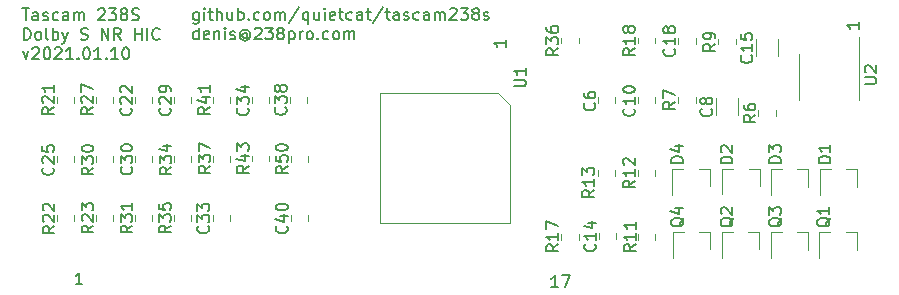
<source format=gbr>
G04 #@! TF.GenerationSoftware,KiCad,Pcbnew,5.1.9-73d0e3b20d~88~ubuntu18.04.1*
G04 #@! TF.CreationDate,2021-01-10T19:17:03-05:00*
G04 #@! TF.ProjectId,DolbyS_NR_HIC,446f6c62-7953-45f4-9e52-5f4849432e6b,2020-11-03*
G04 #@! TF.SameCoordinates,Original*
G04 #@! TF.FileFunction,Legend,Top*
G04 #@! TF.FilePolarity,Positive*
%FSLAX46Y46*%
G04 Gerber Fmt 4.6, Leading zero omitted, Abs format (unit mm)*
G04 Created by KiCad (PCBNEW 5.1.9-73d0e3b20d~88~ubuntu18.04.1) date 2021-01-10 19:17:03*
%MOMM*%
%LPD*%
G01*
G04 APERTURE LIST*
%ADD10C,0.150000*%
%ADD11C,0.120000*%
G04 APERTURE END LIST*
D10*
X204452380Y-99414285D02*
X204452380Y-99985714D01*
X204452380Y-99700000D02*
X203452380Y-99700000D01*
X203595238Y-99795238D01*
X203690476Y-99890476D01*
X203738095Y-99985714D01*
X148554166Y-98560714D02*
X148554166Y-99370238D01*
X148506547Y-99465476D01*
X148458928Y-99513095D01*
X148363690Y-99560714D01*
X148220833Y-99560714D01*
X148125595Y-99513095D01*
X148554166Y-99179761D02*
X148458928Y-99227380D01*
X148268452Y-99227380D01*
X148173214Y-99179761D01*
X148125595Y-99132142D01*
X148077976Y-99036904D01*
X148077976Y-98751190D01*
X148125595Y-98655952D01*
X148173214Y-98608333D01*
X148268452Y-98560714D01*
X148458928Y-98560714D01*
X148554166Y-98608333D01*
X149030357Y-99227380D02*
X149030357Y-98560714D01*
X149030357Y-98227380D02*
X148982738Y-98275000D01*
X149030357Y-98322619D01*
X149077976Y-98275000D01*
X149030357Y-98227380D01*
X149030357Y-98322619D01*
X149363690Y-98560714D02*
X149744642Y-98560714D01*
X149506547Y-98227380D02*
X149506547Y-99084523D01*
X149554166Y-99179761D01*
X149649404Y-99227380D01*
X149744642Y-99227380D01*
X150077976Y-99227380D02*
X150077976Y-98227380D01*
X150506547Y-99227380D02*
X150506547Y-98703571D01*
X150458928Y-98608333D01*
X150363690Y-98560714D01*
X150220833Y-98560714D01*
X150125595Y-98608333D01*
X150077976Y-98655952D01*
X151411309Y-98560714D02*
X151411309Y-99227380D01*
X150982738Y-98560714D02*
X150982738Y-99084523D01*
X151030357Y-99179761D01*
X151125595Y-99227380D01*
X151268452Y-99227380D01*
X151363690Y-99179761D01*
X151411309Y-99132142D01*
X151887500Y-99227380D02*
X151887500Y-98227380D01*
X151887500Y-98608333D02*
X151982738Y-98560714D01*
X152173214Y-98560714D01*
X152268452Y-98608333D01*
X152316071Y-98655952D01*
X152363690Y-98751190D01*
X152363690Y-99036904D01*
X152316071Y-99132142D01*
X152268452Y-99179761D01*
X152173214Y-99227380D01*
X151982738Y-99227380D01*
X151887500Y-99179761D01*
X152792261Y-99132142D02*
X152839880Y-99179761D01*
X152792261Y-99227380D01*
X152744642Y-99179761D01*
X152792261Y-99132142D01*
X152792261Y-99227380D01*
X153697023Y-99179761D02*
X153601785Y-99227380D01*
X153411309Y-99227380D01*
X153316071Y-99179761D01*
X153268452Y-99132142D01*
X153220833Y-99036904D01*
X153220833Y-98751190D01*
X153268452Y-98655952D01*
X153316071Y-98608333D01*
X153411309Y-98560714D01*
X153601785Y-98560714D01*
X153697023Y-98608333D01*
X154268452Y-99227380D02*
X154173214Y-99179761D01*
X154125595Y-99132142D01*
X154077976Y-99036904D01*
X154077976Y-98751190D01*
X154125595Y-98655952D01*
X154173214Y-98608333D01*
X154268452Y-98560714D01*
X154411309Y-98560714D01*
X154506547Y-98608333D01*
X154554166Y-98655952D01*
X154601785Y-98751190D01*
X154601785Y-99036904D01*
X154554166Y-99132142D01*
X154506547Y-99179761D01*
X154411309Y-99227380D01*
X154268452Y-99227380D01*
X155030357Y-99227380D02*
X155030357Y-98560714D01*
X155030357Y-98655952D02*
X155077976Y-98608333D01*
X155173214Y-98560714D01*
X155316071Y-98560714D01*
X155411309Y-98608333D01*
X155458928Y-98703571D01*
X155458928Y-99227380D01*
X155458928Y-98703571D02*
X155506547Y-98608333D01*
X155601785Y-98560714D01*
X155744642Y-98560714D01*
X155839880Y-98608333D01*
X155887500Y-98703571D01*
X155887500Y-99227380D01*
X157077976Y-98179761D02*
X156220833Y-99465476D01*
X157839880Y-98560714D02*
X157839880Y-99560714D01*
X157839880Y-99179761D02*
X157744642Y-99227380D01*
X157554166Y-99227380D01*
X157458928Y-99179761D01*
X157411309Y-99132142D01*
X157363690Y-99036904D01*
X157363690Y-98751190D01*
X157411309Y-98655952D01*
X157458928Y-98608333D01*
X157554166Y-98560714D01*
X157744642Y-98560714D01*
X157839880Y-98608333D01*
X158744642Y-98560714D02*
X158744642Y-99227380D01*
X158316071Y-98560714D02*
X158316071Y-99084523D01*
X158363690Y-99179761D01*
X158458928Y-99227380D01*
X158601785Y-99227380D01*
X158697023Y-99179761D01*
X158744642Y-99132142D01*
X159220833Y-99227380D02*
X159220833Y-98560714D01*
X159220833Y-98227380D02*
X159173214Y-98275000D01*
X159220833Y-98322619D01*
X159268452Y-98275000D01*
X159220833Y-98227380D01*
X159220833Y-98322619D01*
X160077976Y-99179761D02*
X159982738Y-99227380D01*
X159792261Y-99227380D01*
X159697023Y-99179761D01*
X159649404Y-99084523D01*
X159649404Y-98703571D01*
X159697023Y-98608333D01*
X159792261Y-98560714D01*
X159982738Y-98560714D01*
X160077976Y-98608333D01*
X160125595Y-98703571D01*
X160125595Y-98798809D01*
X159649404Y-98894047D01*
X160411309Y-98560714D02*
X160792261Y-98560714D01*
X160554166Y-98227380D02*
X160554166Y-99084523D01*
X160601785Y-99179761D01*
X160697023Y-99227380D01*
X160792261Y-99227380D01*
X161554166Y-99179761D02*
X161458928Y-99227380D01*
X161268452Y-99227380D01*
X161173214Y-99179761D01*
X161125595Y-99132142D01*
X161077976Y-99036904D01*
X161077976Y-98751190D01*
X161125595Y-98655952D01*
X161173214Y-98608333D01*
X161268452Y-98560714D01*
X161458928Y-98560714D01*
X161554166Y-98608333D01*
X162411309Y-99227380D02*
X162411309Y-98703571D01*
X162363690Y-98608333D01*
X162268452Y-98560714D01*
X162077976Y-98560714D01*
X161982738Y-98608333D01*
X162411309Y-99179761D02*
X162316071Y-99227380D01*
X162077976Y-99227380D01*
X161982738Y-99179761D01*
X161935119Y-99084523D01*
X161935119Y-98989285D01*
X161982738Y-98894047D01*
X162077976Y-98846428D01*
X162316071Y-98846428D01*
X162411309Y-98798809D01*
X162744642Y-98560714D02*
X163125595Y-98560714D01*
X162887500Y-98227380D02*
X162887500Y-99084523D01*
X162935119Y-99179761D01*
X163030357Y-99227380D01*
X163125595Y-99227380D01*
X164173214Y-98179761D02*
X163316071Y-99465476D01*
X164363690Y-98560714D02*
X164744642Y-98560714D01*
X164506547Y-98227380D02*
X164506547Y-99084523D01*
X164554166Y-99179761D01*
X164649404Y-99227380D01*
X164744642Y-99227380D01*
X165506547Y-99227380D02*
X165506547Y-98703571D01*
X165458928Y-98608333D01*
X165363690Y-98560714D01*
X165173214Y-98560714D01*
X165077976Y-98608333D01*
X165506547Y-99179761D02*
X165411309Y-99227380D01*
X165173214Y-99227380D01*
X165077976Y-99179761D01*
X165030357Y-99084523D01*
X165030357Y-98989285D01*
X165077976Y-98894047D01*
X165173214Y-98846428D01*
X165411309Y-98846428D01*
X165506547Y-98798809D01*
X165935119Y-99179761D02*
X166030357Y-99227380D01*
X166220833Y-99227380D01*
X166316071Y-99179761D01*
X166363690Y-99084523D01*
X166363690Y-99036904D01*
X166316071Y-98941666D01*
X166220833Y-98894047D01*
X166077976Y-98894047D01*
X165982738Y-98846428D01*
X165935119Y-98751190D01*
X165935119Y-98703571D01*
X165982738Y-98608333D01*
X166077976Y-98560714D01*
X166220833Y-98560714D01*
X166316071Y-98608333D01*
X167220833Y-99179761D02*
X167125595Y-99227380D01*
X166935119Y-99227380D01*
X166839880Y-99179761D01*
X166792261Y-99132142D01*
X166744642Y-99036904D01*
X166744642Y-98751190D01*
X166792261Y-98655952D01*
X166839880Y-98608333D01*
X166935119Y-98560714D01*
X167125595Y-98560714D01*
X167220833Y-98608333D01*
X168077976Y-99227380D02*
X168077976Y-98703571D01*
X168030357Y-98608333D01*
X167935119Y-98560714D01*
X167744642Y-98560714D01*
X167649404Y-98608333D01*
X168077976Y-99179761D02*
X167982738Y-99227380D01*
X167744642Y-99227380D01*
X167649404Y-99179761D01*
X167601785Y-99084523D01*
X167601785Y-98989285D01*
X167649404Y-98894047D01*
X167744642Y-98846428D01*
X167982738Y-98846428D01*
X168077976Y-98798809D01*
X168554166Y-99227380D02*
X168554166Y-98560714D01*
X168554166Y-98655952D02*
X168601785Y-98608333D01*
X168697023Y-98560714D01*
X168839880Y-98560714D01*
X168935119Y-98608333D01*
X168982738Y-98703571D01*
X168982738Y-99227380D01*
X168982738Y-98703571D02*
X169030357Y-98608333D01*
X169125595Y-98560714D01*
X169268452Y-98560714D01*
X169363690Y-98608333D01*
X169411309Y-98703571D01*
X169411309Y-99227380D01*
X169839880Y-98322619D02*
X169887500Y-98275000D01*
X169982738Y-98227380D01*
X170220833Y-98227380D01*
X170316071Y-98275000D01*
X170363690Y-98322619D01*
X170411309Y-98417857D01*
X170411309Y-98513095D01*
X170363690Y-98655952D01*
X169792261Y-99227380D01*
X170411309Y-99227380D01*
X170744642Y-98227380D02*
X171363690Y-98227380D01*
X171030357Y-98608333D01*
X171173214Y-98608333D01*
X171268452Y-98655952D01*
X171316071Y-98703571D01*
X171363690Y-98798809D01*
X171363690Y-99036904D01*
X171316071Y-99132142D01*
X171268452Y-99179761D01*
X171173214Y-99227380D01*
X170887500Y-99227380D01*
X170792261Y-99179761D01*
X170744642Y-99132142D01*
X171935119Y-98655952D02*
X171839880Y-98608333D01*
X171792261Y-98560714D01*
X171744642Y-98465476D01*
X171744642Y-98417857D01*
X171792261Y-98322619D01*
X171839880Y-98275000D01*
X171935119Y-98227380D01*
X172125595Y-98227380D01*
X172220833Y-98275000D01*
X172268452Y-98322619D01*
X172316071Y-98417857D01*
X172316071Y-98465476D01*
X172268452Y-98560714D01*
X172220833Y-98608333D01*
X172125595Y-98655952D01*
X171935119Y-98655952D01*
X171839880Y-98703571D01*
X171792261Y-98751190D01*
X171744642Y-98846428D01*
X171744642Y-99036904D01*
X171792261Y-99132142D01*
X171839880Y-99179761D01*
X171935119Y-99227380D01*
X172125595Y-99227380D01*
X172220833Y-99179761D01*
X172268452Y-99132142D01*
X172316071Y-99036904D01*
X172316071Y-98846428D01*
X172268452Y-98751190D01*
X172220833Y-98703571D01*
X172125595Y-98655952D01*
X172697023Y-99179761D02*
X172792261Y-99227380D01*
X172982738Y-99227380D01*
X173077976Y-99179761D01*
X173125595Y-99084523D01*
X173125595Y-99036904D01*
X173077976Y-98941666D01*
X172982738Y-98894047D01*
X172839880Y-98894047D01*
X172744642Y-98846428D01*
X172697023Y-98751190D01*
X172697023Y-98703571D01*
X172744642Y-98608333D01*
X172839880Y-98560714D01*
X172982738Y-98560714D01*
X173077976Y-98608333D01*
X148554166Y-100877380D02*
X148554166Y-99877380D01*
X148554166Y-100829761D02*
X148458928Y-100877380D01*
X148268452Y-100877380D01*
X148173214Y-100829761D01*
X148125595Y-100782142D01*
X148077976Y-100686904D01*
X148077976Y-100401190D01*
X148125595Y-100305952D01*
X148173214Y-100258333D01*
X148268452Y-100210714D01*
X148458928Y-100210714D01*
X148554166Y-100258333D01*
X149411309Y-100829761D02*
X149316071Y-100877380D01*
X149125595Y-100877380D01*
X149030357Y-100829761D01*
X148982738Y-100734523D01*
X148982738Y-100353571D01*
X149030357Y-100258333D01*
X149125595Y-100210714D01*
X149316071Y-100210714D01*
X149411309Y-100258333D01*
X149458928Y-100353571D01*
X149458928Y-100448809D01*
X148982738Y-100544047D01*
X149887500Y-100210714D02*
X149887500Y-100877380D01*
X149887500Y-100305952D02*
X149935119Y-100258333D01*
X150030357Y-100210714D01*
X150173214Y-100210714D01*
X150268452Y-100258333D01*
X150316071Y-100353571D01*
X150316071Y-100877380D01*
X150792261Y-100877380D02*
X150792261Y-100210714D01*
X150792261Y-99877380D02*
X150744642Y-99925000D01*
X150792261Y-99972619D01*
X150839880Y-99925000D01*
X150792261Y-99877380D01*
X150792261Y-99972619D01*
X151220833Y-100829761D02*
X151316071Y-100877380D01*
X151506547Y-100877380D01*
X151601785Y-100829761D01*
X151649404Y-100734523D01*
X151649404Y-100686904D01*
X151601785Y-100591666D01*
X151506547Y-100544047D01*
X151363690Y-100544047D01*
X151268452Y-100496428D01*
X151220833Y-100401190D01*
X151220833Y-100353571D01*
X151268452Y-100258333D01*
X151363690Y-100210714D01*
X151506547Y-100210714D01*
X151601785Y-100258333D01*
X152697023Y-100401190D02*
X152649404Y-100353571D01*
X152554166Y-100305952D01*
X152458928Y-100305952D01*
X152363690Y-100353571D01*
X152316071Y-100401190D01*
X152268452Y-100496428D01*
X152268452Y-100591666D01*
X152316071Y-100686904D01*
X152363690Y-100734523D01*
X152458928Y-100782142D01*
X152554166Y-100782142D01*
X152649404Y-100734523D01*
X152697023Y-100686904D01*
X152697023Y-100305952D02*
X152697023Y-100686904D01*
X152744642Y-100734523D01*
X152792261Y-100734523D01*
X152887500Y-100686904D01*
X152935119Y-100591666D01*
X152935119Y-100353571D01*
X152839880Y-100210714D01*
X152697023Y-100115476D01*
X152506547Y-100067857D01*
X152316071Y-100115476D01*
X152173214Y-100210714D01*
X152077976Y-100353571D01*
X152030357Y-100544047D01*
X152077976Y-100734523D01*
X152173214Y-100877380D01*
X152316071Y-100972619D01*
X152506547Y-101020238D01*
X152697023Y-100972619D01*
X152839880Y-100877380D01*
X153316071Y-99972619D02*
X153363690Y-99925000D01*
X153458928Y-99877380D01*
X153697023Y-99877380D01*
X153792261Y-99925000D01*
X153839880Y-99972619D01*
X153887500Y-100067857D01*
X153887500Y-100163095D01*
X153839880Y-100305952D01*
X153268452Y-100877380D01*
X153887500Y-100877380D01*
X154220833Y-99877380D02*
X154839880Y-99877380D01*
X154506547Y-100258333D01*
X154649404Y-100258333D01*
X154744642Y-100305952D01*
X154792261Y-100353571D01*
X154839880Y-100448809D01*
X154839880Y-100686904D01*
X154792261Y-100782142D01*
X154744642Y-100829761D01*
X154649404Y-100877380D01*
X154363690Y-100877380D01*
X154268452Y-100829761D01*
X154220833Y-100782142D01*
X155411309Y-100305952D02*
X155316071Y-100258333D01*
X155268452Y-100210714D01*
X155220833Y-100115476D01*
X155220833Y-100067857D01*
X155268452Y-99972619D01*
X155316071Y-99925000D01*
X155411309Y-99877380D01*
X155601785Y-99877380D01*
X155697023Y-99925000D01*
X155744642Y-99972619D01*
X155792261Y-100067857D01*
X155792261Y-100115476D01*
X155744642Y-100210714D01*
X155697023Y-100258333D01*
X155601785Y-100305952D01*
X155411309Y-100305952D01*
X155316071Y-100353571D01*
X155268452Y-100401190D01*
X155220833Y-100496428D01*
X155220833Y-100686904D01*
X155268452Y-100782142D01*
X155316071Y-100829761D01*
X155411309Y-100877380D01*
X155601785Y-100877380D01*
X155697023Y-100829761D01*
X155744642Y-100782142D01*
X155792261Y-100686904D01*
X155792261Y-100496428D01*
X155744642Y-100401190D01*
X155697023Y-100353571D01*
X155601785Y-100305952D01*
X156220833Y-100210714D02*
X156220833Y-101210714D01*
X156220833Y-100258333D02*
X156316071Y-100210714D01*
X156506547Y-100210714D01*
X156601785Y-100258333D01*
X156649404Y-100305952D01*
X156697023Y-100401190D01*
X156697023Y-100686904D01*
X156649404Y-100782142D01*
X156601785Y-100829761D01*
X156506547Y-100877380D01*
X156316071Y-100877380D01*
X156220833Y-100829761D01*
X157125595Y-100877380D02*
X157125595Y-100210714D01*
X157125595Y-100401190D02*
X157173214Y-100305952D01*
X157220833Y-100258333D01*
X157316071Y-100210714D01*
X157411309Y-100210714D01*
X157887500Y-100877380D02*
X157792261Y-100829761D01*
X157744642Y-100782142D01*
X157697023Y-100686904D01*
X157697023Y-100401190D01*
X157744642Y-100305952D01*
X157792261Y-100258333D01*
X157887500Y-100210714D01*
X158030357Y-100210714D01*
X158125595Y-100258333D01*
X158173214Y-100305952D01*
X158220833Y-100401190D01*
X158220833Y-100686904D01*
X158173214Y-100782142D01*
X158125595Y-100829761D01*
X158030357Y-100877380D01*
X157887500Y-100877380D01*
X158649404Y-100782142D02*
X158697023Y-100829761D01*
X158649404Y-100877380D01*
X158601785Y-100829761D01*
X158649404Y-100782142D01*
X158649404Y-100877380D01*
X159554166Y-100829761D02*
X159458928Y-100877380D01*
X159268452Y-100877380D01*
X159173214Y-100829761D01*
X159125595Y-100782142D01*
X159077976Y-100686904D01*
X159077976Y-100401190D01*
X159125595Y-100305952D01*
X159173214Y-100258333D01*
X159268452Y-100210714D01*
X159458928Y-100210714D01*
X159554166Y-100258333D01*
X160125595Y-100877380D02*
X160030357Y-100829761D01*
X159982738Y-100782142D01*
X159935119Y-100686904D01*
X159935119Y-100401190D01*
X159982738Y-100305952D01*
X160030357Y-100258333D01*
X160125595Y-100210714D01*
X160268452Y-100210714D01*
X160363690Y-100258333D01*
X160411309Y-100305952D01*
X160458928Y-100401190D01*
X160458928Y-100686904D01*
X160411309Y-100782142D01*
X160363690Y-100829761D01*
X160268452Y-100877380D01*
X160125595Y-100877380D01*
X160887500Y-100877380D02*
X160887500Y-100210714D01*
X160887500Y-100305952D02*
X160935119Y-100258333D01*
X161030357Y-100210714D01*
X161173214Y-100210714D01*
X161268452Y-100258333D01*
X161316071Y-100353571D01*
X161316071Y-100877380D01*
X161316071Y-100353571D02*
X161363690Y-100258333D01*
X161458928Y-100210714D01*
X161601785Y-100210714D01*
X161697023Y-100258333D01*
X161744642Y-100353571D01*
X161744642Y-100877380D01*
X133632738Y-98262380D02*
X134204166Y-98262380D01*
X133918452Y-99262380D02*
X133918452Y-98262380D01*
X134966071Y-99262380D02*
X134966071Y-98738571D01*
X134918452Y-98643333D01*
X134823214Y-98595714D01*
X134632738Y-98595714D01*
X134537500Y-98643333D01*
X134966071Y-99214761D02*
X134870833Y-99262380D01*
X134632738Y-99262380D01*
X134537500Y-99214761D01*
X134489880Y-99119523D01*
X134489880Y-99024285D01*
X134537500Y-98929047D01*
X134632738Y-98881428D01*
X134870833Y-98881428D01*
X134966071Y-98833809D01*
X135394642Y-99214761D02*
X135489880Y-99262380D01*
X135680357Y-99262380D01*
X135775595Y-99214761D01*
X135823214Y-99119523D01*
X135823214Y-99071904D01*
X135775595Y-98976666D01*
X135680357Y-98929047D01*
X135537500Y-98929047D01*
X135442261Y-98881428D01*
X135394642Y-98786190D01*
X135394642Y-98738571D01*
X135442261Y-98643333D01*
X135537500Y-98595714D01*
X135680357Y-98595714D01*
X135775595Y-98643333D01*
X136680357Y-99214761D02*
X136585119Y-99262380D01*
X136394642Y-99262380D01*
X136299404Y-99214761D01*
X136251785Y-99167142D01*
X136204166Y-99071904D01*
X136204166Y-98786190D01*
X136251785Y-98690952D01*
X136299404Y-98643333D01*
X136394642Y-98595714D01*
X136585119Y-98595714D01*
X136680357Y-98643333D01*
X137537500Y-99262380D02*
X137537500Y-98738571D01*
X137489880Y-98643333D01*
X137394642Y-98595714D01*
X137204166Y-98595714D01*
X137108928Y-98643333D01*
X137537500Y-99214761D02*
X137442261Y-99262380D01*
X137204166Y-99262380D01*
X137108928Y-99214761D01*
X137061309Y-99119523D01*
X137061309Y-99024285D01*
X137108928Y-98929047D01*
X137204166Y-98881428D01*
X137442261Y-98881428D01*
X137537500Y-98833809D01*
X138013690Y-99262380D02*
X138013690Y-98595714D01*
X138013690Y-98690952D02*
X138061309Y-98643333D01*
X138156547Y-98595714D01*
X138299404Y-98595714D01*
X138394642Y-98643333D01*
X138442261Y-98738571D01*
X138442261Y-99262380D01*
X138442261Y-98738571D02*
X138489880Y-98643333D01*
X138585119Y-98595714D01*
X138727976Y-98595714D01*
X138823214Y-98643333D01*
X138870833Y-98738571D01*
X138870833Y-99262380D01*
X140061309Y-98357619D02*
X140108928Y-98310000D01*
X140204166Y-98262380D01*
X140442261Y-98262380D01*
X140537500Y-98310000D01*
X140585119Y-98357619D01*
X140632738Y-98452857D01*
X140632738Y-98548095D01*
X140585119Y-98690952D01*
X140013690Y-99262380D01*
X140632738Y-99262380D01*
X140966071Y-98262380D02*
X141585119Y-98262380D01*
X141251785Y-98643333D01*
X141394642Y-98643333D01*
X141489880Y-98690952D01*
X141537500Y-98738571D01*
X141585119Y-98833809D01*
X141585119Y-99071904D01*
X141537500Y-99167142D01*
X141489880Y-99214761D01*
X141394642Y-99262380D01*
X141108928Y-99262380D01*
X141013690Y-99214761D01*
X140966071Y-99167142D01*
X142156547Y-98690952D02*
X142061309Y-98643333D01*
X142013690Y-98595714D01*
X141966071Y-98500476D01*
X141966071Y-98452857D01*
X142013690Y-98357619D01*
X142061309Y-98310000D01*
X142156547Y-98262380D01*
X142347023Y-98262380D01*
X142442261Y-98310000D01*
X142489880Y-98357619D01*
X142537500Y-98452857D01*
X142537500Y-98500476D01*
X142489880Y-98595714D01*
X142442261Y-98643333D01*
X142347023Y-98690952D01*
X142156547Y-98690952D01*
X142061309Y-98738571D01*
X142013690Y-98786190D01*
X141966071Y-98881428D01*
X141966071Y-99071904D01*
X142013690Y-99167142D01*
X142061309Y-99214761D01*
X142156547Y-99262380D01*
X142347023Y-99262380D01*
X142442261Y-99214761D01*
X142489880Y-99167142D01*
X142537500Y-99071904D01*
X142537500Y-98881428D01*
X142489880Y-98786190D01*
X142442261Y-98738571D01*
X142347023Y-98690952D01*
X142918452Y-99214761D02*
X143061309Y-99262380D01*
X143299404Y-99262380D01*
X143394642Y-99214761D01*
X143442261Y-99167142D01*
X143489880Y-99071904D01*
X143489880Y-98976666D01*
X143442261Y-98881428D01*
X143394642Y-98833809D01*
X143299404Y-98786190D01*
X143108928Y-98738571D01*
X143013690Y-98690952D01*
X142966071Y-98643333D01*
X142918452Y-98548095D01*
X142918452Y-98452857D01*
X142966071Y-98357619D01*
X143013690Y-98310000D01*
X143108928Y-98262380D01*
X143347023Y-98262380D01*
X143489880Y-98310000D01*
X133775595Y-100912380D02*
X133775595Y-99912380D01*
X134013690Y-99912380D01*
X134156547Y-99960000D01*
X134251785Y-100055238D01*
X134299404Y-100150476D01*
X134347023Y-100340952D01*
X134347023Y-100483809D01*
X134299404Y-100674285D01*
X134251785Y-100769523D01*
X134156547Y-100864761D01*
X134013690Y-100912380D01*
X133775595Y-100912380D01*
X134918452Y-100912380D02*
X134823214Y-100864761D01*
X134775595Y-100817142D01*
X134727976Y-100721904D01*
X134727976Y-100436190D01*
X134775595Y-100340952D01*
X134823214Y-100293333D01*
X134918452Y-100245714D01*
X135061309Y-100245714D01*
X135156547Y-100293333D01*
X135204166Y-100340952D01*
X135251785Y-100436190D01*
X135251785Y-100721904D01*
X135204166Y-100817142D01*
X135156547Y-100864761D01*
X135061309Y-100912380D01*
X134918452Y-100912380D01*
X135823214Y-100912380D02*
X135727976Y-100864761D01*
X135680357Y-100769523D01*
X135680357Y-99912380D01*
X136204166Y-100912380D02*
X136204166Y-99912380D01*
X136204166Y-100293333D02*
X136299404Y-100245714D01*
X136489880Y-100245714D01*
X136585119Y-100293333D01*
X136632738Y-100340952D01*
X136680357Y-100436190D01*
X136680357Y-100721904D01*
X136632738Y-100817142D01*
X136585119Y-100864761D01*
X136489880Y-100912380D01*
X136299404Y-100912380D01*
X136204166Y-100864761D01*
X137013690Y-100245714D02*
X137251785Y-100912380D01*
X137489880Y-100245714D02*
X137251785Y-100912380D01*
X137156547Y-101150476D01*
X137108928Y-101198095D01*
X137013690Y-101245714D01*
X138585119Y-100864761D02*
X138727976Y-100912380D01*
X138966071Y-100912380D01*
X139061309Y-100864761D01*
X139108928Y-100817142D01*
X139156547Y-100721904D01*
X139156547Y-100626666D01*
X139108928Y-100531428D01*
X139061309Y-100483809D01*
X138966071Y-100436190D01*
X138775595Y-100388571D01*
X138680357Y-100340952D01*
X138632738Y-100293333D01*
X138585119Y-100198095D01*
X138585119Y-100102857D01*
X138632738Y-100007619D01*
X138680357Y-99960000D01*
X138775595Y-99912380D01*
X139013690Y-99912380D01*
X139156547Y-99960000D01*
X140347023Y-100912380D02*
X140347023Y-99912380D01*
X140918452Y-100912380D01*
X140918452Y-99912380D01*
X141966071Y-100912380D02*
X141632738Y-100436190D01*
X141394642Y-100912380D02*
X141394642Y-99912380D01*
X141775595Y-99912380D01*
X141870833Y-99960000D01*
X141918452Y-100007619D01*
X141966071Y-100102857D01*
X141966071Y-100245714D01*
X141918452Y-100340952D01*
X141870833Y-100388571D01*
X141775595Y-100436190D01*
X141394642Y-100436190D01*
X143156547Y-100912380D02*
X143156547Y-99912380D01*
X143156547Y-100388571D02*
X143727976Y-100388571D01*
X143727976Y-100912380D02*
X143727976Y-99912380D01*
X144204166Y-100912380D02*
X144204166Y-99912380D01*
X145251785Y-100817142D02*
X145204166Y-100864761D01*
X145061309Y-100912380D01*
X144966071Y-100912380D01*
X144823214Y-100864761D01*
X144727976Y-100769523D01*
X144680357Y-100674285D01*
X144632738Y-100483809D01*
X144632738Y-100340952D01*
X144680357Y-100150476D01*
X144727976Y-100055238D01*
X144823214Y-99960000D01*
X144966071Y-99912380D01*
X145061309Y-99912380D01*
X145204166Y-99960000D01*
X145251785Y-100007619D01*
X133680357Y-101895714D02*
X133918452Y-102562380D01*
X134156547Y-101895714D01*
X134489880Y-101657619D02*
X134537500Y-101610000D01*
X134632738Y-101562380D01*
X134870833Y-101562380D01*
X134966071Y-101610000D01*
X135013690Y-101657619D01*
X135061309Y-101752857D01*
X135061309Y-101848095D01*
X135013690Y-101990952D01*
X134442261Y-102562380D01*
X135061309Y-102562380D01*
X135680357Y-101562380D02*
X135775595Y-101562380D01*
X135870833Y-101610000D01*
X135918452Y-101657619D01*
X135966071Y-101752857D01*
X136013690Y-101943333D01*
X136013690Y-102181428D01*
X135966071Y-102371904D01*
X135918452Y-102467142D01*
X135870833Y-102514761D01*
X135775595Y-102562380D01*
X135680357Y-102562380D01*
X135585119Y-102514761D01*
X135537500Y-102467142D01*
X135489880Y-102371904D01*
X135442261Y-102181428D01*
X135442261Y-101943333D01*
X135489880Y-101752857D01*
X135537500Y-101657619D01*
X135585119Y-101610000D01*
X135680357Y-101562380D01*
X136394642Y-101657619D02*
X136442261Y-101610000D01*
X136537500Y-101562380D01*
X136775595Y-101562380D01*
X136870833Y-101610000D01*
X136918452Y-101657619D01*
X136966071Y-101752857D01*
X136966071Y-101848095D01*
X136918452Y-101990952D01*
X136347023Y-102562380D01*
X136966071Y-102562380D01*
X137918452Y-102562380D02*
X137347023Y-102562380D01*
X137632738Y-102562380D02*
X137632738Y-101562380D01*
X137537500Y-101705238D01*
X137442261Y-101800476D01*
X137347023Y-101848095D01*
X138347023Y-102467142D02*
X138394642Y-102514761D01*
X138347023Y-102562380D01*
X138299404Y-102514761D01*
X138347023Y-102467142D01*
X138347023Y-102562380D01*
X139013690Y-101562380D02*
X139108928Y-101562380D01*
X139204166Y-101610000D01*
X139251785Y-101657619D01*
X139299404Y-101752857D01*
X139347023Y-101943333D01*
X139347023Y-102181428D01*
X139299404Y-102371904D01*
X139251785Y-102467142D01*
X139204166Y-102514761D01*
X139108928Y-102562380D01*
X139013690Y-102562380D01*
X138918452Y-102514761D01*
X138870833Y-102467142D01*
X138823214Y-102371904D01*
X138775595Y-102181428D01*
X138775595Y-101943333D01*
X138823214Y-101752857D01*
X138870833Y-101657619D01*
X138918452Y-101610000D01*
X139013690Y-101562380D01*
X140299404Y-102562380D02*
X139727976Y-102562380D01*
X140013690Y-102562380D02*
X140013690Y-101562380D01*
X139918452Y-101705238D01*
X139823214Y-101800476D01*
X139727976Y-101848095D01*
X140727976Y-102467142D02*
X140775595Y-102514761D01*
X140727976Y-102562380D01*
X140680357Y-102514761D01*
X140727976Y-102467142D01*
X140727976Y-102562380D01*
X141727976Y-102562380D02*
X141156547Y-102562380D01*
X141442261Y-102562380D02*
X141442261Y-101562380D01*
X141347023Y-101705238D01*
X141251785Y-101800476D01*
X141156547Y-101848095D01*
X142347023Y-101562380D02*
X142442261Y-101562380D01*
X142537500Y-101610000D01*
X142585119Y-101657619D01*
X142632738Y-101752857D01*
X142680357Y-101943333D01*
X142680357Y-102181428D01*
X142632738Y-102371904D01*
X142585119Y-102467142D01*
X142537500Y-102514761D01*
X142442261Y-102562380D01*
X142347023Y-102562380D01*
X142251785Y-102514761D01*
X142204166Y-102467142D01*
X142156547Y-102371904D01*
X142108928Y-102181428D01*
X142108928Y-101943333D01*
X142156547Y-101752857D01*
X142204166Y-101657619D01*
X142251785Y-101610000D01*
X142347023Y-101562380D01*
D11*
X185765000Y-117372936D02*
X185765000Y-117827064D01*
X187235000Y-117372936D02*
X187235000Y-117827064D01*
X174900000Y-116400000D02*
X174900000Y-106400000D01*
X174900000Y-106400000D02*
X173900000Y-105400000D01*
X173900000Y-105400000D02*
X163900000Y-105400000D01*
X163900000Y-105400000D02*
X163900000Y-116400000D01*
X163900000Y-116400000D02*
X174900000Y-116400000D01*
X204310000Y-111880000D02*
X204310000Y-113340000D01*
X201150000Y-111880000D02*
X201150000Y-114040000D01*
X201150000Y-111880000D02*
X202080000Y-111880000D01*
X204310000Y-111880000D02*
X203380000Y-111880000D01*
X191840000Y-111860000D02*
X191840000Y-113320000D01*
X188680000Y-111860000D02*
X188680000Y-114020000D01*
X188680000Y-111860000D02*
X189610000Y-111860000D01*
X191840000Y-111860000D02*
X190910000Y-111860000D01*
X200180000Y-111880000D02*
X200180000Y-113340000D01*
X197020000Y-111880000D02*
X197020000Y-114040000D01*
X197020000Y-111880000D02*
X197950000Y-111880000D01*
X200180000Y-111880000D02*
X199250000Y-111880000D01*
X196050000Y-111840000D02*
X196050000Y-113300000D01*
X192890000Y-111840000D02*
X192890000Y-114000000D01*
X192890000Y-111840000D02*
X193820000Y-111840000D01*
X196050000Y-111840000D02*
X195120000Y-111840000D01*
X204490000Y-104100000D02*
X204490000Y-100650000D01*
X204490000Y-104100000D02*
X204490000Y-106050000D01*
X199370000Y-104100000D02*
X199370000Y-102150000D01*
X199370000Y-104100000D02*
X199370000Y-106050000D01*
X156365000Y-110772936D02*
X156365000Y-111227064D01*
X157835000Y-110772936D02*
X157835000Y-111227064D01*
X154535000Y-111177064D02*
X154535000Y-110722936D01*
X153065000Y-111177064D02*
X153065000Y-110722936D01*
X151235000Y-106227064D02*
X151235000Y-105772936D01*
X149765000Y-106227064D02*
X149765000Y-105772936D01*
X151235000Y-111227064D02*
X151235000Y-110772936D01*
X149765000Y-111227064D02*
X149765000Y-110772936D01*
X179265000Y-100772936D02*
X179265000Y-101227064D01*
X180735000Y-100772936D02*
X180735000Y-101227064D01*
X146465000Y-115772936D02*
X146465000Y-116227064D01*
X147935000Y-115772936D02*
X147935000Y-116227064D01*
X147935000Y-111227064D02*
X147935000Y-110772936D01*
X146465000Y-111227064D02*
X146465000Y-110772936D01*
X144635000Y-116227064D02*
X144635000Y-115772936D01*
X143165000Y-116227064D02*
X143165000Y-115772936D01*
X141335000Y-111227064D02*
X141335000Y-110772936D01*
X139865000Y-111227064D02*
X139865000Y-110772936D01*
X139865000Y-105772936D02*
X139865000Y-106227064D01*
X141335000Y-105772936D02*
X141335000Y-106227064D01*
X141335000Y-116227064D02*
X141335000Y-115772936D01*
X139865000Y-116227064D02*
X139865000Y-115772936D01*
X136565000Y-115772936D02*
X136565000Y-116227064D01*
X138035000Y-115772936D02*
X138035000Y-116227064D01*
X138035000Y-106227064D02*
X138035000Y-105772936D01*
X136565000Y-106227064D02*
X136565000Y-105772936D01*
X187235000Y-101227064D02*
X187235000Y-100772936D01*
X185765000Y-101227064D02*
X185765000Y-100772936D01*
X179265000Y-117372936D02*
X179265000Y-117827064D01*
X180735000Y-117372936D02*
X180735000Y-117827064D01*
X182365000Y-111972936D02*
X182365000Y-112427064D01*
X183835000Y-111972936D02*
X183835000Y-112427064D01*
X185765000Y-111972936D02*
X185765000Y-112427064D01*
X187235000Y-111972936D02*
X187235000Y-112427064D01*
X192565000Y-100822936D02*
X192565000Y-101277064D01*
X194035000Y-100822936D02*
X194035000Y-101277064D01*
X190635000Y-106227064D02*
X190635000Y-105772936D01*
X189165000Y-106227064D02*
X189165000Y-105772936D01*
X195965000Y-106872936D02*
X195965000Y-107327064D01*
X197435000Y-106872936D02*
X197435000Y-107327064D01*
X191850000Y-117200000D02*
X191850000Y-118660000D01*
X188690000Y-117200000D02*
X188690000Y-119360000D01*
X188690000Y-117200000D02*
X189620000Y-117200000D01*
X191850000Y-117200000D02*
X190920000Y-117200000D01*
X200180000Y-117220000D02*
X200180000Y-118680000D01*
X197020000Y-117220000D02*
X197020000Y-119380000D01*
X197020000Y-117220000D02*
X197950000Y-117220000D01*
X200180000Y-117220000D02*
X199250000Y-117220000D01*
X196030000Y-117210000D02*
X196030000Y-118670000D01*
X192870000Y-117210000D02*
X192870000Y-119370000D01*
X192870000Y-117210000D02*
X193800000Y-117210000D01*
X196030000Y-117210000D02*
X195100000Y-117210000D01*
X204270000Y-117220000D02*
X204270000Y-118680000D01*
X201110000Y-117220000D02*
X201110000Y-119380000D01*
X201110000Y-117220000D02*
X202040000Y-117220000D01*
X204270000Y-117220000D02*
X203340000Y-117220000D01*
X157835000Y-116298752D02*
X157835000Y-115776248D01*
X156365000Y-116298752D02*
X156365000Y-115776248D01*
X157735000Y-106298752D02*
X157735000Y-105776248D01*
X156265000Y-106298752D02*
X156265000Y-105776248D01*
X154535000Y-106298752D02*
X154535000Y-105776248D01*
X153065000Y-106298752D02*
X153065000Y-105776248D01*
X149765000Y-115776248D02*
X149765000Y-116298752D01*
X151235000Y-115776248D02*
X151235000Y-116298752D01*
X143165000Y-110776248D02*
X143165000Y-111298752D01*
X144635000Y-110776248D02*
X144635000Y-111298752D01*
X147935000Y-106298752D02*
X147935000Y-105776248D01*
X146465000Y-106298752D02*
X146465000Y-105776248D01*
X138035000Y-111298752D02*
X138035000Y-110776248D01*
X136565000Y-111298752D02*
X136565000Y-110776248D01*
X144635000Y-106298752D02*
X144635000Y-105776248D01*
X143165000Y-106298752D02*
X143165000Y-105776248D01*
X190635000Y-101298752D02*
X190635000Y-100776248D01*
X189165000Y-101298752D02*
X189165000Y-100776248D01*
X197610000Y-102273752D02*
X197610000Y-100851248D01*
X195790000Y-102273752D02*
X195790000Y-100851248D01*
X182465000Y-117301248D02*
X182465000Y-117823752D01*
X183935000Y-117301248D02*
X183935000Y-117823752D01*
X187235000Y-106298752D02*
X187235000Y-105776248D01*
X185765000Y-106298752D02*
X185765000Y-105776248D01*
X192390000Y-105851248D02*
X192390000Y-107273752D01*
X194210000Y-105851248D02*
X194210000Y-107273752D01*
X183835000Y-106298752D02*
X183835000Y-105776248D01*
X182365000Y-106298752D02*
X182365000Y-105776248D01*
D10*
X185552380Y-118242857D02*
X185076190Y-118576190D01*
X185552380Y-118814285D02*
X184552380Y-118814285D01*
X184552380Y-118433333D01*
X184600000Y-118338095D01*
X184647619Y-118290476D01*
X184742857Y-118242857D01*
X184885714Y-118242857D01*
X184980952Y-118290476D01*
X185028571Y-118338095D01*
X185076190Y-118433333D01*
X185076190Y-118814285D01*
X185552380Y-117290476D02*
X185552380Y-117861904D01*
X185552380Y-117576190D02*
X184552380Y-117576190D01*
X184695238Y-117671428D01*
X184790476Y-117766666D01*
X184838095Y-117861904D01*
X185552380Y-116338095D02*
X185552380Y-116909523D01*
X185552380Y-116623809D02*
X184552380Y-116623809D01*
X184695238Y-116719047D01*
X184790476Y-116814285D01*
X184838095Y-116909523D01*
X178999523Y-121852380D02*
X178428095Y-121852380D01*
X178713809Y-121852380D02*
X178713809Y-120852380D01*
X178618571Y-120995238D01*
X178523333Y-121090476D01*
X178428095Y-121138095D01*
X179332857Y-120852380D02*
X179999523Y-120852380D01*
X179570952Y-121852380D01*
X138725714Y-121632380D02*
X138154285Y-121632380D01*
X138440000Y-121632380D02*
X138440000Y-120632380D01*
X138344761Y-120775238D01*
X138249523Y-120870476D01*
X138154285Y-120918095D01*
X175252380Y-104861904D02*
X176061904Y-104861904D01*
X176157142Y-104814285D01*
X176204761Y-104766666D01*
X176252380Y-104671428D01*
X176252380Y-104480952D01*
X176204761Y-104385714D01*
X176157142Y-104338095D01*
X176061904Y-104290476D01*
X175252380Y-104290476D01*
X176252380Y-103290476D02*
X176252380Y-103861904D01*
X176252380Y-103576190D02*
X175252380Y-103576190D01*
X175395238Y-103671428D01*
X175490476Y-103766666D01*
X175538095Y-103861904D01*
X174552380Y-100914285D02*
X174552380Y-101485714D01*
X174552380Y-101200000D02*
X173552380Y-101200000D01*
X173695238Y-101295238D01*
X173790476Y-101390476D01*
X173838095Y-101485714D01*
X202052380Y-111338095D02*
X201052380Y-111338095D01*
X201052380Y-111100000D01*
X201100000Y-110957142D01*
X201195238Y-110861904D01*
X201290476Y-110814285D01*
X201480952Y-110766666D01*
X201623809Y-110766666D01*
X201814285Y-110814285D01*
X201909523Y-110861904D01*
X202004761Y-110957142D01*
X202052380Y-111100000D01*
X202052380Y-111338095D01*
X202052380Y-109814285D02*
X202052380Y-110385714D01*
X202052380Y-110100000D02*
X201052380Y-110100000D01*
X201195238Y-110195238D01*
X201290476Y-110290476D01*
X201338095Y-110385714D01*
X189552380Y-111338095D02*
X188552380Y-111338095D01*
X188552380Y-111100000D01*
X188600000Y-110957142D01*
X188695238Y-110861904D01*
X188790476Y-110814285D01*
X188980952Y-110766666D01*
X189123809Y-110766666D01*
X189314285Y-110814285D01*
X189409523Y-110861904D01*
X189504761Y-110957142D01*
X189552380Y-111100000D01*
X189552380Y-111338095D01*
X188885714Y-109909523D02*
X189552380Y-109909523D01*
X188504761Y-110147619D02*
X189219047Y-110385714D01*
X189219047Y-109766666D01*
X197852380Y-111338095D02*
X196852380Y-111338095D01*
X196852380Y-111100000D01*
X196900000Y-110957142D01*
X196995238Y-110861904D01*
X197090476Y-110814285D01*
X197280952Y-110766666D01*
X197423809Y-110766666D01*
X197614285Y-110814285D01*
X197709523Y-110861904D01*
X197804761Y-110957142D01*
X197852380Y-111100000D01*
X197852380Y-111338095D01*
X196852380Y-110433333D02*
X196852380Y-109814285D01*
X197233333Y-110147619D01*
X197233333Y-110004761D01*
X197280952Y-109909523D01*
X197328571Y-109861904D01*
X197423809Y-109814285D01*
X197661904Y-109814285D01*
X197757142Y-109861904D01*
X197804761Y-109909523D01*
X197852380Y-110004761D01*
X197852380Y-110290476D01*
X197804761Y-110385714D01*
X197757142Y-110433333D01*
X193752380Y-111376095D02*
X192752380Y-111376095D01*
X192752380Y-111138000D01*
X192800000Y-110995142D01*
X192895238Y-110899904D01*
X192990476Y-110852285D01*
X193180952Y-110804666D01*
X193323809Y-110804666D01*
X193514285Y-110852285D01*
X193609523Y-110899904D01*
X193704761Y-110995142D01*
X193752380Y-111138000D01*
X193752380Y-111376095D01*
X192847619Y-110423714D02*
X192800000Y-110376095D01*
X192752380Y-110280857D01*
X192752380Y-110042761D01*
X192800000Y-109947523D01*
X192847619Y-109899904D01*
X192942857Y-109852285D01*
X193038095Y-109852285D01*
X193180952Y-109899904D01*
X193752380Y-110471333D01*
X193752380Y-109852285D01*
X204952380Y-104661904D02*
X205761904Y-104661904D01*
X205857142Y-104614285D01*
X205904761Y-104566666D01*
X205952380Y-104471428D01*
X205952380Y-104280952D01*
X205904761Y-104185714D01*
X205857142Y-104138095D01*
X205761904Y-104090476D01*
X204952380Y-104090476D01*
X205047619Y-103661904D02*
X205000000Y-103614285D01*
X204952380Y-103519047D01*
X204952380Y-103280952D01*
X205000000Y-103185714D01*
X205047619Y-103138095D01*
X205142857Y-103090476D01*
X205238095Y-103090476D01*
X205380952Y-103138095D01*
X205952380Y-103709523D01*
X205952380Y-103090476D01*
X156102380Y-111642857D02*
X155626190Y-111976190D01*
X156102380Y-112214285D02*
X155102380Y-112214285D01*
X155102380Y-111833333D01*
X155150000Y-111738095D01*
X155197619Y-111690476D01*
X155292857Y-111642857D01*
X155435714Y-111642857D01*
X155530952Y-111690476D01*
X155578571Y-111738095D01*
X155626190Y-111833333D01*
X155626190Y-112214285D01*
X155102380Y-110738095D02*
X155102380Y-111214285D01*
X155578571Y-111261904D01*
X155530952Y-111214285D01*
X155483333Y-111119047D01*
X155483333Y-110880952D01*
X155530952Y-110785714D01*
X155578571Y-110738095D01*
X155673809Y-110690476D01*
X155911904Y-110690476D01*
X156007142Y-110738095D01*
X156054761Y-110785714D01*
X156102380Y-110880952D01*
X156102380Y-111119047D01*
X156054761Y-111214285D01*
X156007142Y-111261904D01*
X155102380Y-110071428D02*
X155102380Y-109976190D01*
X155150000Y-109880952D01*
X155197619Y-109833333D01*
X155292857Y-109785714D01*
X155483333Y-109738095D01*
X155721428Y-109738095D01*
X155911904Y-109785714D01*
X156007142Y-109833333D01*
X156054761Y-109880952D01*
X156102380Y-109976190D01*
X156102380Y-110071428D01*
X156054761Y-110166666D01*
X156007142Y-110214285D01*
X155911904Y-110261904D01*
X155721428Y-110309523D01*
X155483333Y-110309523D01*
X155292857Y-110261904D01*
X155197619Y-110214285D01*
X155150000Y-110166666D01*
X155102380Y-110071428D01*
X152802380Y-111592857D02*
X152326190Y-111926190D01*
X152802380Y-112164285D02*
X151802380Y-112164285D01*
X151802380Y-111783333D01*
X151850000Y-111688095D01*
X151897619Y-111640476D01*
X151992857Y-111592857D01*
X152135714Y-111592857D01*
X152230952Y-111640476D01*
X152278571Y-111688095D01*
X152326190Y-111783333D01*
X152326190Y-112164285D01*
X152135714Y-110735714D02*
X152802380Y-110735714D01*
X151754761Y-110973809D02*
X152469047Y-111211904D01*
X152469047Y-110592857D01*
X151802380Y-110307142D02*
X151802380Y-109688095D01*
X152183333Y-110021428D01*
X152183333Y-109878571D01*
X152230952Y-109783333D01*
X152278571Y-109735714D01*
X152373809Y-109688095D01*
X152611904Y-109688095D01*
X152707142Y-109735714D01*
X152754761Y-109783333D01*
X152802380Y-109878571D01*
X152802380Y-110164285D01*
X152754761Y-110259523D01*
X152707142Y-110307142D01*
X149502380Y-106642857D02*
X149026190Y-106976190D01*
X149502380Y-107214285D02*
X148502380Y-107214285D01*
X148502380Y-106833333D01*
X148550000Y-106738095D01*
X148597619Y-106690476D01*
X148692857Y-106642857D01*
X148835714Y-106642857D01*
X148930952Y-106690476D01*
X148978571Y-106738095D01*
X149026190Y-106833333D01*
X149026190Y-107214285D01*
X148835714Y-105785714D02*
X149502380Y-105785714D01*
X148454761Y-106023809D02*
X149169047Y-106261904D01*
X149169047Y-105642857D01*
X149502380Y-104738095D02*
X149502380Y-105309523D01*
X149502380Y-105023809D02*
X148502380Y-105023809D01*
X148645238Y-105119047D01*
X148740476Y-105214285D01*
X148788095Y-105309523D01*
X149552380Y-111592857D02*
X149076190Y-111926190D01*
X149552380Y-112164285D02*
X148552380Y-112164285D01*
X148552380Y-111783333D01*
X148600000Y-111688095D01*
X148647619Y-111640476D01*
X148742857Y-111592857D01*
X148885714Y-111592857D01*
X148980952Y-111640476D01*
X149028571Y-111688095D01*
X149076190Y-111783333D01*
X149076190Y-112164285D01*
X148552380Y-111259523D02*
X148552380Y-110640476D01*
X148933333Y-110973809D01*
X148933333Y-110830952D01*
X148980952Y-110735714D01*
X149028571Y-110688095D01*
X149123809Y-110640476D01*
X149361904Y-110640476D01*
X149457142Y-110688095D01*
X149504761Y-110735714D01*
X149552380Y-110830952D01*
X149552380Y-111116666D01*
X149504761Y-111211904D01*
X149457142Y-111259523D01*
X148552380Y-110307142D02*
X148552380Y-109640476D01*
X149552380Y-110069047D01*
X179002380Y-101642857D02*
X178526190Y-101976190D01*
X179002380Y-102214285D02*
X178002380Y-102214285D01*
X178002380Y-101833333D01*
X178050000Y-101738095D01*
X178097619Y-101690476D01*
X178192857Y-101642857D01*
X178335714Y-101642857D01*
X178430952Y-101690476D01*
X178478571Y-101738095D01*
X178526190Y-101833333D01*
X178526190Y-102214285D01*
X178002380Y-101309523D02*
X178002380Y-100690476D01*
X178383333Y-101023809D01*
X178383333Y-100880952D01*
X178430952Y-100785714D01*
X178478571Y-100738095D01*
X178573809Y-100690476D01*
X178811904Y-100690476D01*
X178907142Y-100738095D01*
X178954761Y-100785714D01*
X179002380Y-100880952D01*
X179002380Y-101166666D01*
X178954761Y-101261904D01*
X178907142Y-101309523D01*
X178002380Y-99833333D02*
X178002380Y-100023809D01*
X178050000Y-100119047D01*
X178097619Y-100166666D01*
X178240476Y-100261904D01*
X178430952Y-100309523D01*
X178811904Y-100309523D01*
X178907142Y-100261904D01*
X178954761Y-100214285D01*
X179002380Y-100119047D01*
X179002380Y-99928571D01*
X178954761Y-99833333D01*
X178907142Y-99785714D01*
X178811904Y-99738095D01*
X178573809Y-99738095D01*
X178478571Y-99785714D01*
X178430952Y-99833333D01*
X178383333Y-99928571D01*
X178383333Y-100119047D01*
X178430952Y-100214285D01*
X178478571Y-100261904D01*
X178573809Y-100309523D01*
X146202380Y-116642857D02*
X145726190Y-116976190D01*
X146202380Y-117214285D02*
X145202380Y-117214285D01*
X145202380Y-116833333D01*
X145250000Y-116738095D01*
X145297619Y-116690476D01*
X145392857Y-116642857D01*
X145535714Y-116642857D01*
X145630952Y-116690476D01*
X145678571Y-116738095D01*
X145726190Y-116833333D01*
X145726190Y-117214285D01*
X145202380Y-116309523D02*
X145202380Y-115690476D01*
X145583333Y-116023809D01*
X145583333Y-115880952D01*
X145630952Y-115785714D01*
X145678571Y-115738095D01*
X145773809Y-115690476D01*
X146011904Y-115690476D01*
X146107142Y-115738095D01*
X146154761Y-115785714D01*
X146202380Y-115880952D01*
X146202380Y-116166666D01*
X146154761Y-116261904D01*
X146107142Y-116309523D01*
X145202380Y-114785714D02*
X145202380Y-115261904D01*
X145678571Y-115309523D01*
X145630952Y-115261904D01*
X145583333Y-115166666D01*
X145583333Y-114928571D01*
X145630952Y-114833333D01*
X145678571Y-114785714D01*
X145773809Y-114738095D01*
X146011904Y-114738095D01*
X146107142Y-114785714D01*
X146154761Y-114833333D01*
X146202380Y-114928571D01*
X146202380Y-115166666D01*
X146154761Y-115261904D01*
X146107142Y-115309523D01*
X146252380Y-111692857D02*
X145776190Y-112026190D01*
X146252380Y-112264285D02*
X145252380Y-112264285D01*
X145252380Y-111883333D01*
X145300000Y-111788095D01*
X145347619Y-111740476D01*
X145442857Y-111692857D01*
X145585714Y-111692857D01*
X145680952Y-111740476D01*
X145728571Y-111788095D01*
X145776190Y-111883333D01*
X145776190Y-112264285D01*
X145252380Y-111359523D02*
X145252380Y-110740476D01*
X145633333Y-111073809D01*
X145633333Y-110930952D01*
X145680952Y-110835714D01*
X145728571Y-110788095D01*
X145823809Y-110740476D01*
X146061904Y-110740476D01*
X146157142Y-110788095D01*
X146204761Y-110835714D01*
X146252380Y-110930952D01*
X146252380Y-111216666D01*
X146204761Y-111311904D01*
X146157142Y-111359523D01*
X145585714Y-109883333D02*
X146252380Y-109883333D01*
X145204761Y-110121428D02*
X145919047Y-110359523D01*
X145919047Y-109740476D01*
X142952380Y-116642857D02*
X142476190Y-116976190D01*
X142952380Y-117214285D02*
X141952380Y-117214285D01*
X141952380Y-116833333D01*
X142000000Y-116738095D01*
X142047619Y-116690476D01*
X142142857Y-116642857D01*
X142285714Y-116642857D01*
X142380952Y-116690476D01*
X142428571Y-116738095D01*
X142476190Y-116833333D01*
X142476190Y-117214285D01*
X141952380Y-116309523D02*
X141952380Y-115690476D01*
X142333333Y-116023809D01*
X142333333Y-115880952D01*
X142380952Y-115785714D01*
X142428571Y-115738095D01*
X142523809Y-115690476D01*
X142761904Y-115690476D01*
X142857142Y-115738095D01*
X142904761Y-115785714D01*
X142952380Y-115880952D01*
X142952380Y-116166666D01*
X142904761Y-116261904D01*
X142857142Y-116309523D01*
X142952380Y-114738095D02*
X142952380Y-115309523D01*
X142952380Y-115023809D02*
X141952380Y-115023809D01*
X142095238Y-115119047D01*
X142190476Y-115214285D01*
X142238095Y-115309523D01*
X139652380Y-111742857D02*
X139176190Y-112076190D01*
X139652380Y-112314285D02*
X138652380Y-112314285D01*
X138652380Y-111933333D01*
X138700000Y-111838095D01*
X138747619Y-111790476D01*
X138842857Y-111742857D01*
X138985714Y-111742857D01*
X139080952Y-111790476D01*
X139128571Y-111838095D01*
X139176190Y-111933333D01*
X139176190Y-112314285D01*
X138652380Y-111409523D02*
X138652380Y-110790476D01*
X139033333Y-111123809D01*
X139033333Y-110980952D01*
X139080952Y-110885714D01*
X139128571Y-110838095D01*
X139223809Y-110790476D01*
X139461904Y-110790476D01*
X139557142Y-110838095D01*
X139604761Y-110885714D01*
X139652380Y-110980952D01*
X139652380Y-111266666D01*
X139604761Y-111361904D01*
X139557142Y-111409523D01*
X138652380Y-110171428D02*
X138652380Y-110076190D01*
X138700000Y-109980952D01*
X138747619Y-109933333D01*
X138842857Y-109885714D01*
X139033333Y-109838095D01*
X139271428Y-109838095D01*
X139461904Y-109885714D01*
X139557142Y-109933333D01*
X139604761Y-109980952D01*
X139652380Y-110076190D01*
X139652380Y-110171428D01*
X139604761Y-110266666D01*
X139557142Y-110314285D01*
X139461904Y-110361904D01*
X139271428Y-110409523D01*
X139033333Y-110409523D01*
X138842857Y-110361904D01*
X138747619Y-110314285D01*
X138700000Y-110266666D01*
X138652380Y-110171428D01*
X139602380Y-106642857D02*
X139126190Y-106976190D01*
X139602380Y-107214285D02*
X138602380Y-107214285D01*
X138602380Y-106833333D01*
X138650000Y-106738095D01*
X138697619Y-106690476D01*
X138792857Y-106642857D01*
X138935714Y-106642857D01*
X139030952Y-106690476D01*
X139078571Y-106738095D01*
X139126190Y-106833333D01*
X139126190Y-107214285D01*
X138697619Y-106261904D02*
X138650000Y-106214285D01*
X138602380Y-106119047D01*
X138602380Y-105880952D01*
X138650000Y-105785714D01*
X138697619Y-105738095D01*
X138792857Y-105690476D01*
X138888095Y-105690476D01*
X139030952Y-105738095D01*
X139602380Y-106309523D01*
X139602380Y-105690476D01*
X138602380Y-105357142D02*
X138602380Y-104690476D01*
X139602380Y-105119047D01*
X139652380Y-116642857D02*
X139176190Y-116976190D01*
X139652380Y-117214285D02*
X138652380Y-117214285D01*
X138652380Y-116833333D01*
X138700000Y-116738095D01*
X138747619Y-116690476D01*
X138842857Y-116642857D01*
X138985714Y-116642857D01*
X139080952Y-116690476D01*
X139128571Y-116738095D01*
X139176190Y-116833333D01*
X139176190Y-117214285D01*
X138747619Y-116261904D02*
X138700000Y-116214285D01*
X138652380Y-116119047D01*
X138652380Y-115880952D01*
X138700000Y-115785714D01*
X138747619Y-115738095D01*
X138842857Y-115690476D01*
X138938095Y-115690476D01*
X139080952Y-115738095D01*
X139652380Y-116309523D01*
X139652380Y-115690476D01*
X138652380Y-115357142D02*
X138652380Y-114738095D01*
X139033333Y-115071428D01*
X139033333Y-114928571D01*
X139080952Y-114833333D01*
X139128571Y-114785714D01*
X139223809Y-114738095D01*
X139461904Y-114738095D01*
X139557142Y-114785714D01*
X139604761Y-114833333D01*
X139652380Y-114928571D01*
X139652380Y-115214285D01*
X139604761Y-115309523D01*
X139557142Y-115357142D01*
X136352380Y-116692857D02*
X135876190Y-117026190D01*
X136352380Y-117264285D02*
X135352380Y-117264285D01*
X135352380Y-116883333D01*
X135400000Y-116788095D01*
X135447619Y-116740476D01*
X135542857Y-116692857D01*
X135685714Y-116692857D01*
X135780952Y-116740476D01*
X135828571Y-116788095D01*
X135876190Y-116883333D01*
X135876190Y-117264285D01*
X135447619Y-116311904D02*
X135400000Y-116264285D01*
X135352380Y-116169047D01*
X135352380Y-115930952D01*
X135400000Y-115835714D01*
X135447619Y-115788095D01*
X135542857Y-115740476D01*
X135638095Y-115740476D01*
X135780952Y-115788095D01*
X136352380Y-116359523D01*
X136352380Y-115740476D01*
X135447619Y-115359523D02*
X135400000Y-115311904D01*
X135352380Y-115216666D01*
X135352380Y-114978571D01*
X135400000Y-114883333D01*
X135447619Y-114835714D01*
X135542857Y-114788095D01*
X135638095Y-114788095D01*
X135780952Y-114835714D01*
X136352380Y-115407142D01*
X136352380Y-114788095D01*
X136302380Y-106642857D02*
X135826190Y-106976190D01*
X136302380Y-107214285D02*
X135302380Y-107214285D01*
X135302380Y-106833333D01*
X135350000Y-106738095D01*
X135397619Y-106690476D01*
X135492857Y-106642857D01*
X135635714Y-106642857D01*
X135730952Y-106690476D01*
X135778571Y-106738095D01*
X135826190Y-106833333D01*
X135826190Y-107214285D01*
X135397619Y-106261904D02*
X135350000Y-106214285D01*
X135302380Y-106119047D01*
X135302380Y-105880952D01*
X135350000Y-105785714D01*
X135397619Y-105738095D01*
X135492857Y-105690476D01*
X135588095Y-105690476D01*
X135730952Y-105738095D01*
X136302380Y-106309523D01*
X136302380Y-105690476D01*
X136302380Y-104738095D02*
X136302380Y-105309523D01*
X136302380Y-105023809D02*
X135302380Y-105023809D01*
X135445238Y-105119047D01*
X135540476Y-105214285D01*
X135588095Y-105309523D01*
X185502380Y-101642857D02*
X185026190Y-101976190D01*
X185502380Y-102214285D02*
X184502380Y-102214285D01*
X184502380Y-101833333D01*
X184550000Y-101738095D01*
X184597619Y-101690476D01*
X184692857Y-101642857D01*
X184835714Y-101642857D01*
X184930952Y-101690476D01*
X184978571Y-101738095D01*
X185026190Y-101833333D01*
X185026190Y-102214285D01*
X185502380Y-100690476D02*
X185502380Y-101261904D01*
X185502380Y-100976190D02*
X184502380Y-100976190D01*
X184645238Y-101071428D01*
X184740476Y-101166666D01*
X184788095Y-101261904D01*
X184930952Y-100119047D02*
X184883333Y-100214285D01*
X184835714Y-100261904D01*
X184740476Y-100309523D01*
X184692857Y-100309523D01*
X184597619Y-100261904D01*
X184550000Y-100214285D01*
X184502380Y-100119047D01*
X184502380Y-99928571D01*
X184550000Y-99833333D01*
X184597619Y-99785714D01*
X184692857Y-99738095D01*
X184740476Y-99738095D01*
X184835714Y-99785714D01*
X184883333Y-99833333D01*
X184930952Y-99928571D01*
X184930952Y-100119047D01*
X184978571Y-100214285D01*
X185026190Y-100261904D01*
X185121428Y-100309523D01*
X185311904Y-100309523D01*
X185407142Y-100261904D01*
X185454761Y-100214285D01*
X185502380Y-100119047D01*
X185502380Y-99928571D01*
X185454761Y-99833333D01*
X185407142Y-99785714D01*
X185311904Y-99738095D01*
X185121428Y-99738095D01*
X185026190Y-99785714D01*
X184978571Y-99833333D01*
X184930952Y-99928571D01*
X179002380Y-118242857D02*
X178526190Y-118576190D01*
X179002380Y-118814285D02*
X178002380Y-118814285D01*
X178002380Y-118433333D01*
X178050000Y-118338095D01*
X178097619Y-118290476D01*
X178192857Y-118242857D01*
X178335714Y-118242857D01*
X178430952Y-118290476D01*
X178478571Y-118338095D01*
X178526190Y-118433333D01*
X178526190Y-118814285D01*
X179002380Y-117290476D02*
X179002380Y-117861904D01*
X179002380Y-117576190D02*
X178002380Y-117576190D01*
X178145238Y-117671428D01*
X178240476Y-117766666D01*
X178288095Y-117861904D01*
X178002380Y-116957142D02*
X178002380Y-116290476D01*
X179002380Y-116719047D01*
X182052380Y-113642857D02*
X181576190Y-113976190D01*
X182052380Y-114214285D02*
X181052380Y-114214285D01*
X181052380Y-113833333D01*
X181100000Y-113738095D01*
X181147619Y-113690476D01*
X181242857Y-113642857D01*
X181385714Y-113642857D01*
X181480952Y-113690476D01*
X181528571Y-113738095D01*
X181576190Y-113833333D01*
X181576190Y-114214285D01*
X182052380Y-112690476D02*
X182052380Y-113261904D01*
X182052380Y-112976190D02*
X181052380Y-112976190D01*
X181195238Y-113071428D01*
X181290476Y-113166666D01*
X181338095Y-113261904D01*
X181052380Y-112357142D02*
X181052380Y-111738095D01*
X181433333Y-112071428D01*
X181433333Y-111928571D01*
X181480952Y-111833333D01*
X181528571Y-111785714D01*
X181623809Y-111738095D01*
X181861904Y-111738095D01*
X181957142Y-111785714D01*
X182004761Y-111833333D01*
X182052380Y-111928571D01*
X182052380Y-112214285D01*
X182004761Y-112309523D01*
X181957142Y-112357142D01*
X185502380Y-112842857D02*
X185026190Y-113176190D01*
X185502380Y-113414285D02*
X184502380Y-113414285D01*
X184502380Y-113033333D01*
X184550000Y-112938095D01*
X184597619Y-112890476D01*
X184692857Y-112842857D01*
X184835714Y-112842857D01*
X184930952Y-112890476D01*
X184978571Y-112938095D01*
X185026190Y-113033333D01*
X185026190Y-113414285D01*
X185502380Y-111890476D02*
X185502380Y-112461904D01*
X185502380Y-112176190D02*
X184502380Y-112176190D01*
X184645238Y-112271428D01*
X184740476Y-112366666D01*
X184788095Y-112461904D01*
X184597619Y-111509523D02*
X184550000Y-111461904D01*
X184502380Y-111366666D01*
X184502380Y-111128571D01*
X184550000Y-111033333D01*
X184597619Y-110985714D01*
X184692857Y-110938095D01*
X184788095Y-110938095D01*
X184930952Y-110985714D01*
X185502380Y-111557142D01*
X185502380Y-110938095D01*
X192302380Y-101266666D02*
X191826190Y-101600000D01*
X192302380Y-101838095D02*
X191302380Y-101838095D01*
X191302380Y-101457142D01*
X191350000Y-101361904D01*
X191397619Y-101314285D01*
X191492857Y-101266666D01*
X191635714Y-101266666D01*
X191730952Y-101314285D01*
X191778571Y-101361904D01*
X191826190Y-101457142D01*
X191826190Y-101838095D01*
X192302380Y-100790476D02*
X192302380Y-100600000D01*
X192254761Y-100504761D01*
X192207142Y-100457142D01*
X192064285Y-100361904D01*
X191873809Y-100314285D01*
X191492857Y-100314285D01*
X191397619Y-100361904D01*
X191350000Y-100409523D01*
X191302380Y-100504761D01*
X191302380Y-100695238D01*
X191350000Y-100790476D01*
X191397619Y-100838095D01*
X191492857Y-100885714D01*
X191730952Y-100885714D01*
X191826190Y-100838095D01*
X191873809Y-100790476D01*
X191921428Y-100695238D01*
X191921428Y-100504761D01*
X191873809Y-100409523D01*
X191826190Y-100361904D01*
X191730952Y-100314285D01*
X188902380Y-106166666D02*
X188426190Y-106500000D01*
X188902380Y-106738095D02*
X187902380Y-106738095D01*
X187902380Y-106357142D01*
X187950000Y-106261904D01*
X187997619Y-106214285D01*
X188092857Y-106166666D01*
X188235714Y-106166666D01*
X188330952Y-106214285D01*
X188378571Y-106261904D01*
X188426190Y-106357142D01*
X188426190Y-106738095D01*
X187902380Y-105833333D02*
X187902380Y-105166666D01*
X188902380Y-105595238D01*
X195702380Y-107266666D02*
X195226190Y-107600000D01*
X195702380Y-107838095D02*
X194702380Y-107838095D01*
X194702380Y-107457142D01*
X194750000Y-107361904D01*
X194797619Y-107314285D01*
X194892857Y-107266666D01*
X195035714Y-107266666D01*
X195130952Y-107314285D01*
X195178571Y-107361904D01*
X195226190Y-107457142D01*
X195226190Y-107838095D01*
X194702380Y-106409523D02*
X194702380Y-106600000D01*
X194750000Y-106695238D01*
X194797619Y-106742857D01*
X194940476Y-106838095D01*
X195130952Y-106885714D01*
X195511904Y-106885714D01*
X195607142Y-106838095D01*
X195654761Y-106790476D01*
X195702380Y-106695238D01*
X195702380Y-106504761D01*
X195654761Y-106409523D01*
X195607142Y-106361904D01*
X195511904Y-106314285D01*
X195273809Y-106314285D01*
X195178571Y-106361904D01*
X195130952Y-106409523D01*
X195083333Y-106504761D01*
X195083333Y-106695238D01*
X195130952Y-106790476D01*
X195178571Y-106838095D01*
X195273809Y-106885714D01*
X189647619Y-115995238D02*
X189600000Y-116090476D01*
X189504761Y-116185714D01*
X189361904Y-116328571D01*
X189314285Y-116423809D01*
X189314285Y-116519047D01*
X189552380Y-116471428D02*
X189504761Y-116566666D01*
X189409523Y-116661904D01*
X189219047Y-116709523D01*
X188885714Y-116709523D01*
X188695238Y-116661904D01*
X188600000Y-116566666D01*
X188552380Y-116471428D01*
X188552380Y-116280952D01*
X188600000Y-116185714D01*
X188695238Y-116090476D01*
X188885714Y-116042857D01*
X189219047Y-116042857D01*
X189409523Y-116090476D01*
X189504761Y-116185714D01*
X189552380Y-116280952D01*
X189552380Y-116471428D01*
X188885714Y-115185714D02*
X189552380Y-115185714D01*
X188504761Y-115423809D02*
X189219047Y-115661904D01*
X189219047Y-115042857D01*
X197947619Y-115995238D02*
X197900000Y-116090476D01*
X197804761Y-116185714D01*
X197661904Y-116328571D01*
X197614285Y-116423809D01*
X197614285Y-116519047D01*
X197852380Y-116471428D02*
X197804761Y-116566666D01*
X197709523Y-116661904D01*
X197519047Y-116709523D01*
X197185714Y-116709523D01*
X196995238Y-116661904D01*
X196900000Y-116566666D01*
X196852380Y-116471428D01*
X196852380Y-116280952D01*
X196900000Y-116185714D01*
X196995238Y-116090476D01*
X197185714Y-116042857D01*
X197519047Y-116042857D01*
X197709523Y-116090476D01*
X197804761Y-116185714D01*
X197852380Y-116280952D01*
X197852380Y-116471428D01*
X196852380Y-115709523D02*
X196852380Y-115090476D01*
X197233333Y-115423809D01*
X197233333Y-115280952D01*
X197280952Y-115185714D01*
X197328571Y-115138095D01*
X197423809Y-115090476D01*
X197661904Y-115090476D01*
X197757142Y-115138095D01*
X197804761Y-115185714D01*
X197852380Y-115280952D01*
X197852380Y-115566666D01*
X197804761Y-115661904D01*
X197757142Y-115709523D01*
X193847619Y-115995238D02*
X193800000Y-116090476D01*
X193704761Y-116185714D01*
X193561904Y-116328571D01*
X193514285Y-116423809D01*
X193514285Y-116519047D01*
X193752380Y-116471428D02*
X193704761Y-116566666D01*
X193609523Y-116661904D01*
X193419047Y-116709523D01*
X193085714Y-116709523D01*
X192895238Y-116661904D01*
X192800000Y-116566666D01*
X192752380Y-116471428D01*
X192752380Y-116280952D01*
X192800000Y-116185714D01*
X192895238Y-116090476D01*
X193085714Y-116042857D01*
X193419047Y-116042857D01*
X193609523Y-116090476D01*
X193704761Y-116185714D01*
X193752380Y-116280952D01*
X193752380Y-116471428D01*
X192847619Y-115661904D02*
X192800000Y-115614285D01*
X192752380Y-115519047D01*
X192752380Y-115280952D01*
X192800000Y-115185714D01*
X192847619Y-115138095D01*
X192942857Y-115090476D01*
X193038095Y-115090476D01*
X193180952Y-115138095D01*
X193752380Y-115709523D01*
X193752380Y-115090476D01*
X202047619Y-115995238D02*
X202000000Y-116090476D01*
X201904761Y-116185714D01*
X201761904Y-116328571D01*
X201714285Y-116423809D01*
X201714285Y-116519047D01*
X201952380Y-116471428D02*
X201904761Y-116566666D01*
X201809523Y-116661904D01*
X201619047Y-116709523D01*
X201285714Y-116709523D01*
X201095238Y-116661904D01*
X201000000Y-116566666D01*
X200952380Y-116471428D01*
X200952380Y-116280952D01*
X201000000Y-116185714D01*
X201095238Y-116090476D01*
X201285714Y-116042857D01*
X201619047Y-116042857D01*
X201809523Y-116090476D01*
X201904761Y-116185714D01*
X201952380Y-116280952D01*
X201952380Y-116471428D01*
X201952380Y-115090476D02*
X201952380Y-115661904D01*
X201952380Y-115376190D02*
X200952380Y-115376190D01*
X201095238Y-115471428D01*
X201190476Y-115566666D01*
X201238095Y-115661904D01*
X156007142Y-116692857D02*
X156054761Y-116740476D01*
X156102380Y-116883333D01*
X156102380Y-116978571D01*
X156054761Y-117121428D01*
X155959523Y-117216666D01*
X155864285Y-117264285D01*
X155673809Y-117311904D01*
X155530952Y-117311904D01*
X155340476Y-117264285D01*
X155245238Y-117216666D01*
X155150000Y-117121428D01*
X155102380Y-116978571D01*
X155102380Y-116883333D01*
X155150000Y-116740476D01*
X155197619Y-116692857D01*
X155435714Y-115835714D02*
X156102380Y-115835714D01*
X155054761Y-116073809D02*
X155769047Y-116311904D01*
X155769047Y-115692857D01*
X155102380Y-115121428D02*
X155102380Y-115026190D01*
X155150000Y-114930952D01*
X155197619Y-114883333D01*
X155292857Y-114835714D01*
X155483333Y-114788095D01*
X155721428Y-114788095D01*
X155911904Y-114835714D01*
X156007142Y-114883333D01*
X156054761Y-114930952D01*
X156102380Y-115026190D01*
X156102380Y-115121428D01*
X156054761Y-115216666D01*
X156007142Y-115264285D01*
X155911904Y-115311904D01*
X155721428Y-115359523D01*
X155483333Y-115359523D01*
X155292857Y-115311904D01*
X155197619Y-115264285D01*
X155150000Y-115216666D01*
X155102380Y-115121428D01*
X155907142Y-106642857D02*
X155954761Y-106690476D01*
X156002380Y-106833333D01*
X156002380Y-106928571D01*
X155954761Y-107071428D01*
X155859523Y-107166666D01*
X155764285Y-107214285D01*
X155573809Y-107261904D01*
X155430952Y-107261904D01*
X155240476Y-107214285D01*
X155145238Y-107166666D01*
X155050000Y-107071428D01*
X155002380Y-106928571D01*
X155002380Y-106833333D01*
X155050000Y-106690476D01*
X155097619Y-106642857D01*
X155002380Y-106309523D02*
X155002380Y-105690476D01*
X155383333Y-106023809D01*
X155383333Y-105880952D01*
X155430952Y-105785714D01*
X155478571Y-105738095D01*
X155573809Y-105690476D01*
X155811904Y-105690476D01*
X155907142Y-105738095D01*
X155954761Y-105785714D01*
X156002380Y-105880952D01*
X156002380Y-106166666D01*
X155954761Y-106261904D01*
X155907142Y-106309523D01*
X155430952Y-105119047D02*
X155383333Y-105214285D01*
X155335714Y-105261904D01*
X155240476Y-105309523D01*
X155192857Y-105309523D01*
X155097619Y-105261904D01*
X155050000Y-105214285D01*
X155002380Y-105119047D01*
X155002380Y-104928571D01*
X155050000Y-104833333D01*
X155097619Y-104785714D01*
X155192857Y-104738095D01*
X155240476Y-104738095D01*
X155335714Y-104785714D01*
X155383333Y-104833333D01*
X155430952Y-104928571D01*
X155430952Y-105119047D01*
X155478571Y-105214285D01*
X155526190Y-105261904D01*
X155621428Y-105309523D01*
X155811904Y-105309523D01*
X155907142Y-105261904D01*
X155954761Y-105214285D01*
X156002380Y-105119047D01*
X156002380Y-104928571D01*
X155954761Y-104833333D01*
X155907142Y-104785714D01*
X155811904Y-104738095D01*
X155621428Y-104738095D01*
X155526190Y-104785714D01*
X155478571Y-104833333D01*
X155430952Y-104928571D01*
X152707142Y-106692857D02*
X152754761Y-106740476D01*
X152802380Y-106883333D01*
X152802380Y-106978571D01*
X152754761Y-107121428D01*
X152659523Y-107216666D01*
X152564285Y-107264285D01*
X152373809Y-107311904D01*
X152230952Y-107311904D01*
X152040476Y-107264285D01*
X151945238Y-107216666D01*
X151850000Y-107121428D01*
X151802380Y-106978571D01*
X151802380Y-106883333D01*
X151850000Y-106740476D01*
X151897619Y-106692857D01*
X151802380Y-106359523D02*
X151802380Y-105740476D01*
X152183333Y-106073809D01*
X152183333Y-105930952D01*
X152230952Y-105835714D01*
X152278571Y-105788095D01*
X152373809Y-105740476D01*
X152611904Y-105740476D01*
X152707142Y-105788095D01*
X152754761Y-105835714D01*
X152802380Y-105930952D01*
X152802380Y-106216666D01*
X152754761Y-106311904D01*
X152707142Y-106359523D01*
X152135714Y-104883333D02*
X152802380Y-104883333D01*
X151754761Y-105121428D02*
X152469047Y-105359523D01*
X152469047Y-104740476D01*
X149357142Y-116692857D02*
X149404761Y-116740476D01*
X149452380Y-116883333D01*
X149452380Y-116978571D01*
X149404761Y-117121428D01*
X149309523Y-117216666D01*
X149214285Y-117264285D01*
X149023809Y-117311904D01*
X148880952Y-117311904D01*
X148690476Y-117264285D01*
X148595238Y-117216666D01*
X148500000Y-117121428D01*
X148452380Y-116978571D01*
X148452380Y-116883333D01*
X148500000Y-116740476D01*
X148547619Y-116692857D01*
X148452380Y-116359523D02*
X148452380Y-115740476D01*
X148833333Y-116073809D01*
X148833333Y-115930952D01*
X148880952Y-115835714D01*
X148928571Y-115788095D01*
X149023809Y-115740476D01*
X149261904Y-115740476D01*
X149357142Y-115788095D01*
X149404761Y-115835714D01*
X149452380Y-115930952D01*
X149452380Y-116216666D01*
X149404761Y-116311904D01*
X149357142Y-116359523D01*
X148452380Y-115407142D02*
X148452380Y-114788095D01*
X148833333Y-115121428D01*
X148833333Y-114978571D01*
X148880952Y-114883333D01*
X148928571Y-114835714D01*
X149023809Y-114788095D01*
X149261904Y-114788095D01*
X149357142Y-114835714D01*
X149404761Y-114883333D01*
X149452380Y-114978571D01*
X149452380Y-115264285D01*
X149404761Y-115359523D01*
X149357142Y-115407142D01*
X142857142Y-111680357D02*
X142904761Y-111727976D01*
X142952380Y-111870833D01*
X142952380Y-111966071D01*
X142904761Y-112108928D01*
X142809523Y-112204166D01*
X142714285Y-112251785D01*
X142523809Y-112299404D01*
X142380952Y-112299404D01*
X142190476Y-112251785D01*
X142095238Y-112204166D01*
X142000000Y-112108928D01*
X141952380Y-111966071D01*
X141952380Y-111870833D01*
X142000000Y-111727976D01*
X142047619Y-111680357D01*
X141952380Y-111347023D02*
X141952380Y-110727976D01*
X142333333Y-111061309D01*
X142333333Y-110918452D01*
X142380952Y-110823214D01*
X142428571Y-110775595D01*
X142523809Y-110727976D01*
X142761904Y-110727976D01*
X142857142Y-110775595D01*
X142904761Y-110823214D01*
X142952380Y-110918452D01*
X142952380Y-111204166D01*
X142904761Y-111299404D01*
X142857142Y-111347023D01*
X141952380Y-110108928D02*
X141952380Y-110013690D01*
X142000000Y-109918452D01*
X142047619Y-109870833D01*
X142142857Y-109823214D01*
X142333333Y-109775595D01*
X142571428Y-109775595D01*
X142761904Y-109823214D01*
X142857142Y-109870833D01*
X142904761Y-109918452D01*
X142952380Y-110013690D01*
X142952380Y-110108928D01*
X142904761Y-110204166D01*
X142857142Y-110251785D01*
X142761904Y-110299404D01*
X142571428Y-110347023D01*
X142333333Y-110347023D01*
X142142857Y-110299404D01*
X142047619Y-110251785D01*
X142000000Y-110204166D01*
X141952380Y-110108928D01*
X146107142Y-106692857D02*
X146154761Y-106740476D01*
X146202380Y-106883333D01*
X146202380Y-106978571D01*
X146154761Y-107121428D01*
X146059523Y-107216666D01*
X145964285Y-107264285D01*
X145773809Y-107311904D01*
X145630952Y-107311904D01*
X145440476Y-107264285D01*
X145345238Y-107216666D01*
X145250000Y-107121428D01*
X145202380Y-106978571D01*
X145202380Y-106883333D01*
X145250000Y-106740476D01*
X145297619Y-106692857D01*
X145297619Y-106311904D02*
X145250000Y-106264285D01*
X145202380Y-106169047D01*
X145202380Y-105930952D01*
X145250000Y-105835714D01*
X145297619Y-105788095D01*
X145392857Y-105740476D01*
X145488095Y-105740476D01*
X145630952Y-105788095D01*
X146202380Y-106359523D01*
X146202380Y-105740476D01*
X146202380Y-105264285D02*
X146202380Y-105073809D01*
X146154761Y-104978571D01*
X146107142Y-104930952D01*
X145964285Y-104835714D01*
X145773809Y-104788095D01*
X145392857Y-104788095D01*
X145297619Y-104835714D01*
X145250000Y-104883333D01*
X145202380Y-104978571D01*
X145202380Y-105169047D01*
X145250000Y-105264285D01*
X145297619Y-105311904D01*
X145392857Y-105359523D01*
X145630952Y-105359523D01*
X145726190Y-105311904D01*
X145773809Y-105264285D01*
X145821428Y-105169047D01*
X145821428Y-104978571D01*
X145773809Y-104883333D01*
X145726190Y-104835714D01*
X145630952Y-104788095D01*
X136207142Y-111742857D02*
X136254761Y-111790476D01*
X136302380Y-111933333D01*
X136302380Y-112028571D01*
X136254761Y-112171428D01*
X136159523Y-112266666D01*
X136064285Y-112314285D01*
X135873809Y-112361904D01*
X135730952Y-112361904D01*
X135540476Y-112314285D01*
X135445238Y-112266666D01*
X135350000Y-112171428D01*
X135302380Y-112028571D01*
X135302380Y-111933333D01*
X135350000Y-111790476D01*
X135397619Y-111742857D01*
X135397619Y-111361904D02*
X135350000Y-111314285D01*
X135302380Y-111219047D01*
X135302380Y-110980952D01*
X135350000Y-110885714D01*
X135397619Y-110838095D01*
X135492857Y-110790476D01*
X135588095Y-110790476D01*
X135730952Y-110838095D01*
X136302380Y-111409523D01*
X136302380Y-110790476D01*
X135302380Y-109885714D02*
X135302380Y-110361904D01*
X135778571Y-110409523D01*
X135730952Y-110361904D01*
X135683333Y-110266666D01*
X135683333Y-110028571D01*
X135730952Y-109933333D01*
X135778571Y-109885714D01*
X135873809Y-109838095D01*
X136111904Y-109838095D01*
X136207142Y-109885714D01*
X136254761Y-109933333D01*
X136302380Y-110028571D01*
X136302380Y-110266666D01*
X136254761Y-110361904D01*
X136207142Y-110409523D01*
X142807142Y-106692857D02*
X142854761Y-106740476D01*
X142902380Y-106883333D01*
X142902380Y-106978571D01*
X142854761Y-107121428D01*
X142759523Y-107216666D01*
X142664285Y-107264285D01*
X142473809Y-107311904D01*
X142330952Y-107311904D01*
X142140476Y-107264285D01*
X142045238Y-107216666D01*
X141950000Y-107121428D01*
X141902380Y-106978571D01*
X141902380Y-106883333D01*
X141950000Y-106740476D01*
X141997619Y-106692857D01*
X141997619Y-106311904D02*
X141950000Y-106264285D01*
X141902380Y-106169047D01*
X141902380Y-105930952D01*
X141950000Y-105835714D01*
X141997619Y-105788095D01*
X142092857Y-105740476D01*
X142188095Y-105740476D01*
X142330952Y-105788095D01*
X142902380Y-106359523D01*
X142902380Y-105740476D01*
X141997619Y-105359523D02*
X141950000Y-105311904D01*
X141902380Y-105216666D01*
X141902380Y-104978571D01*
X141950000Y-104883333D01*
X141997619Y-104835714D01*
X142092857Y-104788095D01*
X142188095Y-104788095D01*
X142330952Y-104835714D01*
X142902380Y-105407142D01*
X142902380Y-104788095D01*
X188807142Y-101692857D02*
X188854761Y-101740476D01*
X188902380Y-101883333D01*
X188902380Y-101978571D01*
X188854761Y-102121428D01*
X188759523Y-102216666D01*
X188664285Y-102264285D01*
X188473809Y-102311904D01*
X188330952Y-102311904D01*
X188140476Y-102264285D01*
X188045238Y-102216666D01*
X187950000Y-102121428D01*
X187902380Y-101978571D01*
X187902380Y-101883333D01*
X187950000Y-101740476D01*
X187997619Y-101692857D01*
X188902380Y-100740476D02*
X188902380Y-101311904D01*
X188902380Y-101026190D02*
X187902380Y-101026190D01*
X188045238Y-101121428D01*
X188140476Y-101216666D01*
X188188095Y-101311904D01*
X188330952Y-100169047D02*
X188283333Y-100264285D01*
X188235714Y-100311904D01*
X188140476Y-100359523D01*
X188092857Y-100359523D01*
X187997619Y-100311904D01*
X187950000Y-100264285D01*
X187902380Y-100169047D01*
X187902380Y-99978571D01*
X187950000Y-99883333D01*
X187997619Y-99835714D01*
X188092857Y-99788095D01*
X188140476Y-99788095D01*
X188235714Y-99835714D01*
X188283333Y-99883333D01*
X188330952Y-99978571D01*
X188330952Y-100169047D01*
X188378571Y-100264285D01*
X188426190Y-100311904D01*
X188521428Y-100359523D01*
X188711904Y-100359523D01*
X188807142Y-100311904D01*
X188854761Y-100264285D01*
X188902380Y-100169047D01*
X188902380Y-99978571D01*
X188854761Y-99883333D01*
X188807142Y-99835714D01*
X188711904Y-99788095D01*
X188521428Y-99788095D01*
X188426190Y-99835714D01*
X188378571Y-99883333D01*
X188330952Y-99978571D01*
X195357142Y-102242857D02*
X195404761Y-102290476D01*
X195452380Y-102433333D01*
X195452380Y-102528571D01*
X195404761Y-102671428D01*
X195309523Y-102766666D01*
X195214285Y-102814285D01*
X195023809Y-102861904D01*
X194880952Y-102861904D01*
X194690476Y-102814285D01*
X194595238Y-102766666D01*
X194500000Y-102671428D01*
X194452380Y-102528571D01*
X194452380Y-102433333D01*
X194500000Y-102290476D01*
X194547619Y-102242857D01*
X195452380Y-101290476D02*
X195452380Y-101861904D01*
X195452380Y-101576190D02*
X194452380Y-101576190D01*
X194595238Y-101671428D01*
X194690476Y-101766666D01*
X194738095Y-101861904D01*
X194452380Y-100385714D02*
X194452380Y-100861904D01*
X194928571Y-100909523D01*
X194880952Y-100861904D01*
X194833333Y-100766666D01*
X194833333Y-100528571D01*
X194880952Y-100433333D01*
X194928571Y-100385714D01*
X195023809Y-100338095D01*
X195261904Y-100338095D01*
X195357142Y-100385714D01*
X195404761Y-100433333D01*
X195452380Y-100528571D01*
X195452380Y-100766666D01*
X195404761Y-100861904D01*
X195357142Y-100909523D01*
X182107142Y-118217857D02*
X182154761Y-118265476D01*
X182202380Y-118408333D01*
X182202380Y-118503571D01*
X182154761Y-118646428D01*
X182059523Y-118741666D01*
X181964285Y-118789285D01*
X181773809Y-118836904D01*
X181630952Y-118836904D01*
X181440476Y-118789285D01*
X181345238Y-118741666D01*
X181250000Y-118646428D01*
X181202380Y-118503571D01*
X181202380Y-118408333D01*
X181250000Y-118265476D01*
X181297619Y-118217857D01*
X182202380Y-117265476D02*
X182202380Y-117836904D01*
X182202380Y-117551190D02*
X181202380Y-117551190D01*
X181345238Y-117646428D01*
X181440476Y-117741666D01*
X181488095Y-117836904D01*
X181535714Y-116408333D02*
X182202380Y-116408333D01*
X181154761Y-116646428D02*
X181869047Y-116884523D01*
X181869047Y-116265476D01*
X185407142Y-106742857D02*
X185454761Y-106790476D01*
X185502380Y-106933333D01*
X185502380Y-107028571D01*
X185454761Y-107171428D01*
X185359523Y-107266666D01*
X185264285Y-107314285D01*
X185073809Y-107361904D01*
X184930952Y-107361904D01*
X184740476Y-107314285D01*
X184645238Y-107266666D01*
X184550000Y-107171428D01*
X184502380Y-107028571D01*
X184502380Y-106933333D01*
X184550000Y-106790476D01*
X184597619Y-106742857D01*
X185502380Y-105790476D02*
X185502380Y-106361904D01*
X185502380Y-106076190D02*
X184502380Y-106076190D01*
X184645238Y-106171428D01*
X184740476Y-106266666D01*
X184788095Y-106361904D01*
X184502380Y-105171428D02*
X184502380Y-105076190D01*
X184550000Y-104980952D01*
X184597619Y-104933333D01*
X184692857Y-104885714D01*
X184883333Y-104838095D01*
X185121428Y-104838095D01*
X185311904Y-104885714D01*
X185407142Y-104933333D01*
X185454761Y-104980952D01*
X185502380Y-105076190D01*
X185502380Y-105171428D01*
X185454761Y-105266666D01*
X185407142Y-105314285D01*
X185311904Y-105361904D01*
X185121428Y-105409523D01*
X184883333Y-105409523D01*
X184692857Y-105361904D01*
X184597619Y-105314285D01*
X184550000Y-105266666D01*
X184502380Y-105171428D01*
X191957142Y-106766666D02*
X192004761Y-106814285D01*
X192052380Y-106957142D01*
X192052380Y-107052380D01*
X192004761Y-107195238D01*
X191909523Y-107290476D01*
X191814285Y-107338095D01*
X191623809Y-107385714D01*
X191480952Y-107385714D01*
X191290476Y-107338095D01*
X191195238Y-107290476D01*
X191100000Y-107195238D01*
X191052380Y-107052380D01*
X191052380Y-106957142D01*
X191100000Y-106814285D01*
X191147619Y-106766666D01*
X191480952Y-106195238D02*
X191433333Y-106290476D01*
X191385714Y-106338095D01*
X191290476Y-106385714D01*
X191242857Y-106385714D01*
X191147619Y-106338095D01*
X191100000Y-106290476D01*
X191052380Y-106195238D01*
X191052380Y-106004761D01*
X191100000Y-105909523D01*
X191147619Y-105861904D01*
X191242857Y-105814285D01*
X191290476Y-105814285D01*
X191385714Y-105861904D01*
X191433333Y-105909523D01*
X191480952Y-106004761D01*
X191480952Y-106195238D01*
X191528571Y-106290476D01*
X191576190Y-106338095D01*
X191671428Y-106385714D01*
X191861904Y-106385714D01*
X191957142Y-106338095D01*
X192004761Y-106290476D01*
X192052380Y-106195238D01*
X192052380Y-106004761D01*
X192004761Y-105909523D01*
X191957142Y-105861904D01*
X191861904Y-105814285D01*
X191671428Y-105814285D01*
X191576190Y-105861904D01*
X191528571Y-105909523D01*
X191480952Y-106004761D01*
X182057142Y-106266666D02*
X182104761Y-106314285D01*
X182152380Y-106457142D01*
X182152380Y-106552380D01*
X182104761Y-106695238D01*
X182009523Y-106790476D01*
X181914285Y-106838095D01*
X181723809Y-106885714D01*
X181580952Y-106885714D01*
X181390476Y-106838095D01*
X181295238Y-106790476D01*
X181200000Y-106695238D01*
X181152380Y-106552380D01*
X181152380Y-106457142D01*
X181200000Y-106314285D01*
X181247619Y-106266666D01*
X181152380Y-105409523D02*
X181152380Y-105600000D01*
X181200000Y-105695238D01*
X181247619Y-105742857D01*
X181390476Y-105838095D01*
X181580952Y-105885714D01*
X181961904Y-105885714D01*
X182057142Y-105838095D01*
X182104761Y-105790476D01*
X182152380Y-105695238D01*
X182152380Y-105504761D01*
X182104761Y-105409523D01*
X182057142Y-105361904D01*
X181961904Y-105314285D01*
X181723809Y-105314285D01*
X181628571Y-105361904D01*
X181580952Y-105409523D01*
X181533333Y-105504761D01*
X181533333Y-105695238D01*
X181580952Y-105790476D01*
X181628571Y-105838095D01*
X181723809Y-105885714D01*
M02*

</source>
